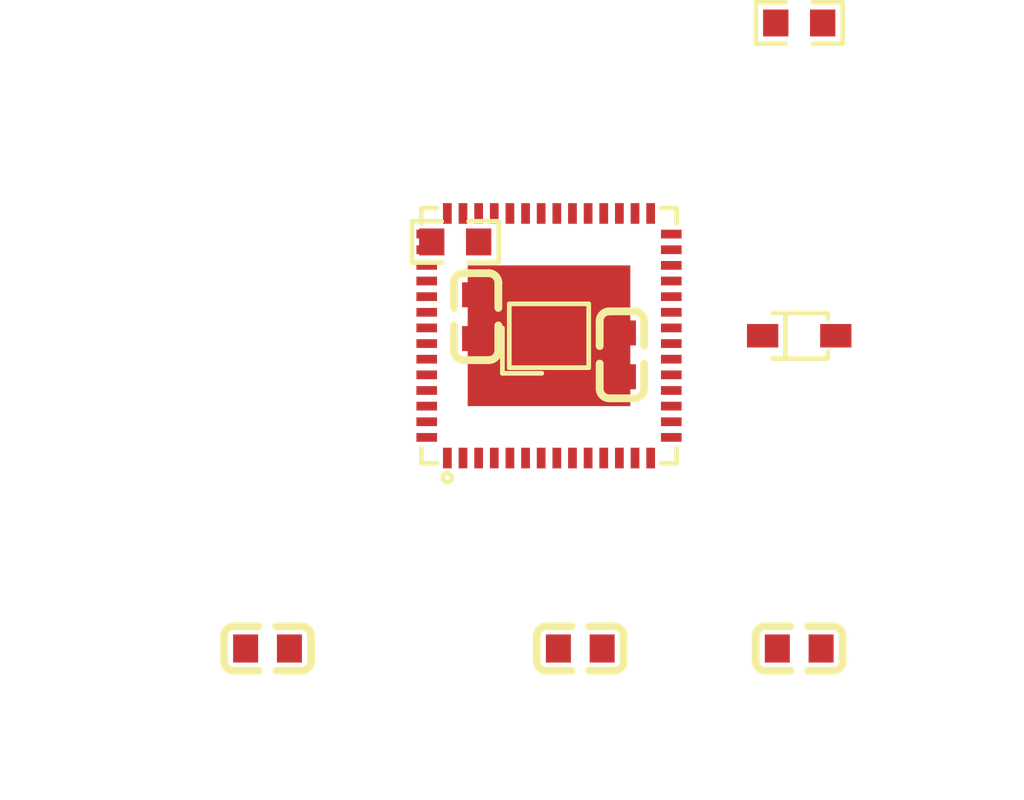
<source format=kicad_pcb>
(kicad_pcb (version 20241229) (generator "pcbnew") (generator_version "9.0")
  (layers (0 "F.Cu" signal) (2 "B.Cu" signal) (13 "F.Paste" user) (15 "B.Paste" user) (5 "F.SilkS" user "F.Silkscreen") (7 "B.SilkS" user "B.Silkscreen") (1 "F.Mask" user) (3 "B.Mask" user) (25 "Edge.Cuts" user))
  (net 0 "")
  (net 1 "line-29")
  (net 2 "line-16")
  (net 3 "line-30")
  (net 4 "xtalin")
  (net 5 "line-17")
  (net 6 "line-25")
  (net 7 "line-9")
  (net 8 "line-15")
  (net 9 "line-19")
  (net 10 "gnd")
  (net 11 "line-2")
  (net 12 "line-33")
  (net 13 "line-11")
  (net 14 "line-1")
  (net 15 "line-32")
  (net 16 "line-6")
  (net 17 "anode")
  (net 18 "line-13")
  (net 19 "line-31")
  (net 20 "xtalout")
  (net 21 "line-28")
  (net 22 "line-18")
  (net 23 "hv-1")
  (net 24 "line-21")
  (net 25 "line-35")
  (net 26 "line-34")
  (net 27 "line-14")
  (net 28 "line-10")
  (net 29 "line")
  (net 30 "line-26")
  (net 31 "line-24")
  (net 32 "line-23")
  (net 33 "gnd-1")
  (net 34 "line-12")
  (net 35 "line-5")
  (net 36 "hv")
  (net 37 "net")
  (net 38 "line-4")
  (net 39 "line-3")
  (net 40 "line-27")
  (net 41 "line-8")
  (net 42 "line-22")
  (net 43 "line-7")
  (net 44 "line-20")
  (footprint "atopile:C0603-bd72f6" (layer "F.Cu") (at 2.33 0.61 270)
    (property "Reference" "C4" (hide yes))
    (property "Value" "100nF ±10% 50V X7R")
    (fp_line (start -0.28 0.71) (end -1.08 0.71) (stroke (width 0.25)) (layer "F.SilkS"))
    (fp_line (start 0.28 0.71) (end 1.08 0.71) (stroke (width 0.25)) (layer "F.SilkS"))
    (fp_line (start -1.39 0.4) (end -1.39 -0.4) (stroke (width 0.25)) (layer "F.SilkS"))
    (fp_line (start 1.39 -0.4) (end 1.39 0.4) (stroke (width 0.25)) (layer "F.SilkS"))
    (fp_line (start -0.28 -0.71) (end -1.08 -0.71) (stroke (width 0.25)) (layer "F.SilkS"))
    (fp_line (start 0.28 -0.71) (end 1.08 -0.71) (stroke (width 0.25)) (layer "F.SilkS"))
    (fp_arc (start -1.08 0.71) (mid -1.299203 0.619203) (end -1.39 0.4) (stroke (width 0.25)) (layer "F.SilkS"))
    (fp_arc (start 1.39 0.4) (mid 1.299203 0.619203) (end 1.08 0.71) (stroke (width 0.25)) (layer "F.SilkS"))
    (fp_arc (start -1.39 -0.4) (mid -1.299203 -0.619203) (end -1.08 -0.71) (stroke (width 0.25)) (layer "F.SilkS"))
    (fp_arc (start 1.08 -0.71) (mid 1.299203 -0.619203) (end 1.39 -0.4) (stroke (width 0.25)) (layer "F.SilkS"))
    (pad "1" smd rect (at -0.7 0 270) (size 0.8 0.9) (layers "F.Cu" "F.Mask" "F.Paste") (net 4 "xtalin"))
    (pad "2" smd rect (at 0.7 0 270) (size 0.8 0.9) (layers "F.Cu" "F.Mask" "F.Paste") (net 10 "gnd"))
  )
  (footprint "atopile:R0603-ebcab9" (layer "F.Cu") (at 8 -10 0)
    (property "Reference" "R2" (hide yes))
    (property "Value" "10kΩ ±1% 100mW")
    (fp_line (start -1.39 -0.66) (end -0.43 -0.66) (stroke (width 0.15)) (layer "F.SilkS"))
    (fp_line (start -1.39 0.66) (end -1.39 -0.66) (stroke (width 0.15)) (layer "F.SilkS"))
    (fp_line (start -0.43 0.66) (end -1.39 0.66) (stroke (width 0.15)) (layer "F.SilkS"))
    (fp_line (start 0.43 0.66) (end 1.39 0.66) (stroke (width 0.15)) (layer "F.SilkS"))
    (fp_line (start 1.39 -0.66) (end 0.43 -0.66) (stroke (width 0.15)) (layer "F.SilkS"))
    (fp_line (start 1.39 0.66) (end 1.39 -0.66) (stroke (width 0.15)) (layer "F.SilkS"))
    (pad "1" smd rect (at -0.75 0 0) (size 0.81 0.86) (layers "F.Cu" "F.Mask" "F.Paste") (net 17 "anode"))
    (pad "2" smd rect (at 0.75 0 0) (size 0.81 0.86) (layers "F.Cu" "F.Mask" "F.Paste") (net 36 "hv"))
  )
  (footprint "atopile:C0603-bd72f6" (layer "F.Cu") (at 1 10 0)
    (property "Reference" "C1" (hide yes))
    (property "Value" "100nF ±10% 50V X7R")
    (fp_line (start -1.39 0.4) (end -1.39 -0.4) (stroke (width 0.25)) (layer "F.SilkS"))
    (fp_line (start -0.28 -0.71) (end -1.08 -0.71) (stroke (width 0.25)) (layer "F.SilkS"))
    (fp_line (start -0.28 0.71) (end -1.08 0.71) (stroke (width 0.25)) (layer "F.SilkS"))
    (fp_line (start 0.28 -0.71) (end 1.08 -0.71) (stroke (width 0.25)) (layer "F.SilkS"))
    (fp_line (start 0.28 0.71) (end 1.08 0.71) (stroke (width 0.25)) (layer "F.SilkS"))
    (fp_line (start 1.39 -0.4) (end 1.39 0.4) (stroke (width 0.25)) (layer "F.SilkS"))
    (fp_arc (start -1.39 -0.4) (mid -1.299203 -0.619203) (end -1.08 -0.71) (stroke (width 0.25)) (layer "F.SilkS"))
    (fp_arc (start -1.08 0.71) (mid -1.299203 0.619203) (end -1.39 0.4) (stroke (width 0.25)) (layer "F.SilkS"))
    (fp_arc (start 1.08 -0.71) (mid 1.299203 -0.619203) (end 1.39 -0.4) (stroke (width 0.25)) (layer "F.SilkS"))
    (fp_arc (start 1.39 0.4) (mid 1.299203 0.619203) (end 1.08 0.71) (stroke (width 0.25)) (layer "F.SilkS"))
    (pad "1" smd rect (at -0.7 0 0) (size 0.8 0.9) (layers "F.Cu" "F.Mask" "F.Paste") (net 23 "hv-1"))
    (pad "2" smd rect (at 0.7 0 0) (size 0.8 0.9) (layers "F.Cu" "F.Mask" "F.Paste") (net 33 "gnd-1"))
  )
  (footprint "atopile:R0603-ebcab9" (layer "F.Cu") (at -3 -3 0)
    (property "Reference" "R1" (hide yes))
    (property "Value" "10kΩ ±1% 100mW")
    (fp_line (start -1.39 -0.66) (end -0.43 -0.66) (stroke (width 0.15)) (layer "F.SilkS"))
    (fp_line (start -1.39 0.66) (end -1.39 -0.66) (stroke (width 0.15)) (layer "F.SilkS"))
    (fp_line (start -0.43 0.66) (end -1.39 0.66) (stroke (width 0.15)) (layer "F.SilkS"))
    (fp_line (start 0.43 0.66) (end 1.39 0.66) (stroke (width 0.15)) (layer "F.SilkS"))
    (fp_line (start 1.39 -0.66) (end 0.43 -0.66) (stroke (width 0.15)) (layer "F.SilkS"))
    (fp_line (start 1.39 0.66) (end 1.39 -0.66) (stroke (width 0.15)) (layer "F.SilkS"))
    (pad "1" smd rect (at -0.75 0 0) (size 0.81 0.86) (layers "F.Cu" "F.Mask" "F.Paste") (net 37 "net"))
    (pad "2" smd rect (at 0.75 0 0) (size 0.81 0.86) (layers "F.Cu" "F.Mask" "F.Paste") (net 20 "xtalout"))
  )
  (footprint "atopile:C0603-bd72f6" (layer "F.Cu") (at -9 10 0)
    (property "Reference" "C2" (hide yes))
    (property "Value" "100nF ±10% 50V X7R")
    (fp_line (start -1.39 0.4) (end -1.39 -0.4) (stroke (width 0.25)) (layer "F.SilkS"))
    (fp_line (start -0.28 -0.71) (end -1.08 -0.71) (stroke (width 0.25)) (layer "F.SilkS"))
    (fp_line (start -0.28 0.71) (end -1.08 0.71) (stroke (width 0.25)) (layer "F.SilkS"))
    (fp_line (start 0.28 -0.71) (end 1.08 -0.71) (stroke (width 0.25)) (layer "F.SilkS"))
    (fp_line (start 0.28 0.71) (end 1.08 0.71) (stroke (width 0.25)) (layer "F.SilkS"))
    (fp_line (start 1.39 -0.4) (end 1.39 0.4) (stroke (width 0.25)) (layer "F.SilkS"))
    (fp_arc (start -1.39 -0.4) (mid -1.299203 -0.619203) (end -1.08 -0.71) (stroke (width 0.25)) (layer "F.SilkS"))
    (fp_arc (start -1.08 0.71) (mid -1.299203 0.619203) (end -1.39 0.4) (stroke (width 0.25)) (layer "F.SilkS"))
    (fp_arc (start 1.08 -0.71) (mid 1.299203 -0.619203) (end 1.39 -0.4) (stroke (width 0.25)) (layer "F.SilkS"))
    (fp_arc (start 1.39 0.4) (mid 1.299203 0.619203) (end 1.08 0.71) (stroke (width 0.25)) (layer "F.SilkS"))
    (pad "1" smd rect (at -0.7 0 0) (size 0.8 0.9) (layers "F.Cu" "F.Mask" "F.Paste") (net 36 "hv"))
    (pad "2" smd rect (at 0.7 0 0) (size 0.8 0.9) (layers "F.Cu" "F.Mask" "F.Paste") (net 10 "gnd"))
  )
  (footprint "atopile:QFN-56_L8.0-W8.0-P0.50-BL-EP-2e306a" (layer "F.Cu") (at 0 0 0)
    (property "Reference" "U1" (hide yes))
    (property "Value" "")
    (fp_line (start -4.08 -4.08) (end -3.58 -4.08) (stroke (width 0.15)) (layer "F.SilkS"))
    (fp_line (start -4.08 -3.58) (end -4.08 -4.08) (stroke (width 0.15)) (layer "F.SilkS"))
    (fp_line (start -4.08 3.58) (end -4.08 4.08) (stroke (width 0.15)) (layer "F.SilkS"))
    (fp_line (start -4.08 4.08) (end -3.58 4.08) (stroke (width 0.15)) (layer "F.SilkS"))
    (fp_line (start 4.08 -4.08) (end 3.58 -4.08) (stroke (width 0.15)) (layer "F.SilkS"))
    (fp_line (start 4.08 -3.58) (end 4.08 -4.08) (stroke (width 0.15)) (layer "F.SilkS"))
    (fp_line (start 4.08 3.58) (end 4.08 4.08) (stroke (width 0.15)) (layer "F.SilkS"))
    (fp_line (start 4.08 4.08) (end 3.58 4.08) (stroke (width 0.15)) (layer "F.SilkS"))
    (fp_circle (center -3.25 4.54) (end -3.18 4.54) (stroke (width 0.15)) (fill no) (layer "F.SilkS"))
    (pad "1" smd rect (at -3.25 3.91 0) (size 0.28 0.66) (layers "F.Cu" "F.Mask" "F.Paste") (net 25 "line-35"))
    (pad "2" smd rect (at -2.75 3.91 0) (size 0.28 0.66) (layers "F.Cu" "F.Mask" "F.Paste") (net 42 "line-22"))
    (pad "3" smd rect (at -2.25 3.91 0) (size 0.28 0.66) (layers "F.Cu" "F.Mask" "F.Paste") (net 23 "hv-1"))
    (pad "4" smd rect (at -1.75 3.91 0) (size 0.28 0.66) (layers "F.Cu" "F.Mask" "F.Paste") (net 20 "xtalout"))
    (pad "5" smd rect (at -1.25 3.91 0) (size 0.28 0.66) (layers "F.Cu" "F.Mask" "F.Paste") (net 4 "xtalin"))
    (pad "6" smd rect (at -0.75 3.91 0) (size 0.28 0.66) (layers "F.Cu" "F.Mask" "F.Paste") (net 33 "gnd-1"))
    (pad "7" smd rect (at -0.25 3.91 0) (size 0.28 0.66) (layers "F.Cu" "F.Mask" "F.Paste") (net 23 "hv-1"))
    (pad "8" smd rect (at 0.25 3.91 0) (size 0.28 0.66) (layers "F.Cu" "F.Mask" "F.Paste") (net 34 "line-12"))
    (pad "9" smd rect (at 0.75 3.91 0) (size 0.28 0.66) (layers "F.Cu" "F.Mask" "F.Paste") (net 12 "line-33"))
    (pad "10" smd rect (at 1.25 3.91 0) (size 0.28 0.66) (layers "F.Cu" "F.Mask" "F.Paste") (net 33 "gnd-1"))
    (pad "11" smd rect (at 1.75 3.91 0) (size 0.28 0.66) (layers "F.Cu" "F.Mask" "F.Paste") (net 36 "hv"))
    (pad "12" smd rect (at 2.25 3.91 0) (size 0.28 0.66) (layers "F.Cu" "F.Mask" "F.Paste") (net 10 "gnd"))
    (pad "13" smd rect (at 2.75 3.91 0) (size 0.28 0.66) (layers "F.Cu" "F.Mask" "F.Paste") (net 27 "line-14"))
    (pad "14" smd rect (at 3.25 3.91 0) (size 0.28 0.66) (layers "F.Cu" "F.Mask" "F.Paste") (net 10 "gnd"))
    (pad "15" smd rect (at 3.91 3.25 0) (size 0.66 0.28) (layers "F.Cu" "F.Mask" "F.Paste") (net 16 "line-6"))
    (pad "16" smd rect (at 3.91 2.75 0) (size 0.66 0.28) (layers "F.Cu" "F.Mask" "F.Paste") (net 30 "line-26"))
    (pad "17" smd rect (at 3.91 2.25 0) (size 0.66 0.28) (layers "F.Cu" "F.Mask" "F.Paste") (net 36 "hv"))
    (pad "18" smd rect (at 3.91 1.75 0) (size 0.66 0.28) (layers "F.Cu" "F.Mask" "F.Paste") (net 35 "line-5"))
    (pad "19" smd rect (at 3.91 1.25 0) (size 0.66 0.28) (layers "F.Cu" "F.Mask" "F.Paste") (net 24 "line-21"))
    (pad "20" smd rect (at 3.91 0.75 0) (size 0.66 0.28) (layers "F.Cu" "F.Mask" "F.Paste") (net 29 "line"))
    (pad "21" smd rect (at 3.91 0.25 0) (size 0.66 0.28) (layers "F.Cu" "F.Mask" "F.Paste") (net 38 "line-4"))
    (pad "22" smd rect (at 3.91 -0.25 0) (size 0.66 0.28) (layers "F.Cu" "F.Mask" "F.Paste") (net 28 "line-10"))
    (pad "23" smd rect (at 3.91 -0.75 0) (size 0.66 0.28) (layers "F.Cu" "F.Mask" "F.Paste") (net 13 "line-11"))
    (pad "24" smd rect (at 3.91 -1.25 0) (size 0.66 0.28) (layers "F.Cu" "F.Mask" "F.Paste") (net 41 "line-8"))
    (pad "25" smd rect (at 3.91 -1.75 0) (size 0.66 0.28) (layers "F.Cu" "F.Mask" "F.Paste") (net 18 "line-13"))
    (pad "26" smd rect (at 3.91 -2.25 0) (size 0.66 0.28) (layers "F.Cu" "F.Mask" "F.Paste") (net 10 "gnd"))
    (pad "27" smd rect (at 3.91 -2.75 0) (size 0.66 0.28) (layers "F.Cu" "F.Mask" "F.Paste") (net 36 "hv"))
    (pad "28" smd rect (at 3.91 -3.25 0) (size 0.66 0.28) (layers "F.Cu" "F.Mask" "F.Paste") (net 10 "gnd"))
    (pad "29" smd rect (at 3.25 -3.91 0) (size 0.28 0.66) (layers "F.Cu" "F.Mask" "F.Paste") (net 2 "line-16"))
    (pad "30" smd rect (at 2.75 -3.91 0) (size 0.28 0.66) (layers "F.Cu" "F.Mask" "F.Paste") (net 39 "line-3"))
    (pad "31" smd rect (at 2.25 -3.91 0) (size 0.28 0.66) (layers "F.Cu" "F.Mask" "F.Paste") (net 43 "line-7"))
    (pad "32" smd rect (at 1.75 -3.91 0) (size 0.28 0.66) (layers "F.Cu" "F.Mask" "F.Paste") (net 36 "hv"))
    (pad "33" smd rect (at 1.25 -3.91 0) (size 0.28 0.66) (layers "F.Cu" "F.Mask" "F.Paste") (net 31 "line-24"))
    (pad "34" smd rect (at 0.75 -3.91 0) (size 0.28 0.66) (layers "F.Cu" "F.Mask" "F.Paste") (net 40 "line-27"))
    (pad "35" smd rect (at 0.25 -3.91 0) (size 0.28 0.66) (layers "F.Cu" "F.Mask" "F.Paste") (net 6 "line-25"))
    (pad "36" smd rect (at -0.25 -3.91 0) (size 0.28 0.66) (layers "F.Cu" "F.Mask" "F.Paste") (net 22 "line-18"))
    (pad "37" smd rect (at -0.75 -3.91 0) (size 0.28 0.66) (layers "F.Cu" "F.Mask" "F.Paste") (net 44 "line-20"))
    (pad "38" smd rect (at -1.25 -3.91 0) (size 0.28 0.66) (layers "F.Cu" "F.Mask" "F.Paste") (net 21 "line-28"))
    (pad "39" smd rect (at -1.75 -3.91 0) (size 0.28 0.66) (layers "F.Cu" "F.Mask" "F.Paste") (net 26 "line-34"))
    (pad "40" smd rect (at -2.25 -3.91 0) (size 0.28 0.66) (layers "F.Cu" "F.Mask" "F.Paste") (net 15 "line-32"))
    (pad "41" smd rect (at -2.75 -3.91 0) (size 0.28 0.66) (layers "F.Cu" "F.Mask" "F.Paste") (net 10 "gnd"))
    (pad "42" smd rect (at -3.25 -3.91 0) (size 0.28 0.66) (layers "F.Cu" "F.Mask" "F.Paste") (net 17 "anode"))
    (pad "43" smd rect (at -3.91 -3.25 0) (size 0.66 0.28) (layers "F.Cu" "F.Mask" "F.Paste") (net 36 "hv"))
    (pad "44" smd rect (at -3.91 -2.75 0) (size 0.66 0.28) (layers "F.Cu" "F.Mask" "F.Paste") (net 19 "line-31"))
    (pad "45" smd rect (at -3.91 -2.25 0) (size 0.66 0.28) (layers "F.Cu" "F.Mask" "F.Paste") (net 3 "line-30"))
    (pad "46" smd rect (at -3.91 -1.75 0) (size 0.66 0.28) (layers "F.Cu" "F.Mask" "F.Paste") (net 32 "line-23"))
    (pad "47" smd rect (at -3.91 -1.25 0) (size 0.66 0.28) (layers "F.Cu" "F.Mask" "F.Paste") (net 5 "line-17"))
    (pad "48" smd rect (at -3.91 -0.75 0) (size 0.66 0.28) (layers "F.Cu" "F.Mask" "F.Paste") (net 8 "line-15"))
    (pad "49" smd rect (at -3.91 -0.25 0) (size 0.66 0.28) (layers "F.Cu" "F.Mask" "F.Paste") (net 9 "line-19"))
    (pad "50" smd rect (at -3.91 0.25 0) (size 0.66 0.28) (layers "F.Cu" "F.Mask" "F.Paste") (net 11 "line-2"))
    (pad "51" smd rect (at -3.91 0.75 0) (size 0.66 0.28) (layers "F.Cu" "F.Mask" "F.Paste") (net 7 "line-9"))
    (pad "52" smd rect (at -3.91 1.25 0) (size 0.66 0.28) (layers "F.Cu" "F.Mask" "F.Paste") (net 14 "line-1"))
    (pad "53" smd rect (at -3.91 1.75 0) (size 0.66 0.28) (layers "F.Cu" "F.Mask" "F.Paste") (net 10 "gnd"))
    (pad "54" smd rect (at -3.91 2.25 0) (size 0.66 0.28) (layers "F.Cu" "F.Mask" "F.Paste") (net 1 "line-29"))
    (pad "55" smd rect (at -3.91 2.75 0) (size 0.66 0.28) (layers "F.Cu" "F.Mask" "F.Paste") (net 36 "hv"))
    (pad "56" smd rect (at -3.91 3.25 0) (size 0.66 0.28) (layers "F.Cu" "F.Mask" "F.Paste") (net 10 "gnd"))
    (pad "57" smd rect (at 0 0 0) (size 5.2 4.5) (layers "F.Cu" "F.Mask" "F.Paste") (net 10 "gnd"))
  )
  (footprint "atopile:C0603-bd72f6" (layer "F.Cu") (at -2.33 -0.61 90)
    (property "Reference" "C3" (hide yes))
    (property "Value" "100nF ±10% 50V X7R")
    (fp_line (start 0.28 -0.71) (end 1.08 -0.71) (stroke (width 0.25)) (layer "F.SilkS"))
    (fp_line (start -0.28 -0.71) (end -1.08 -0.71) (stroke (width 0.25)) (layer "F.SilkS"))
    (fp_line (start 1.39 -0.4) (end 1.39 0.4) (stroke (width 0.25)) (layer "F.SilkS"))
    (fp_line (start -1.39 0.4) (end -1.39 -0.4) (stroke (width 0.25)) (layer "F.SilkS"))
    (fp_line (start 0.28 0.71) (end 1.08 0.71) (stroke (width 0.25)) (layer "F.SilkS"))
    (fp_line (start -0.28 0.71) (end -1.08 0.71) (stroke (width 0.25)) (layer "F.SilkS"))
    (fp_arc (start 1.08 -0.71) (mid 1.299203 -0.619203) (end 1.39 -0.4) (stroke (width 0.25)) (layer "F.SilkS"))
    (fp_arc (start -1.39 -0.4) (mid -1.299203 -0.619203) (end -1.08 -0.71) (stroke (width 0.25)) (layer "F.SilkS"))
    (fp_arc (start 1.39 0.4) (mid 1.299203 0.619203) (end 1.08 0.71) (stroke (width 0.25)) (layer "F.SilkS"))
    (fp_arc (start -1.08 0.71) (mid -1.299203 0.619203) (end -1.39 0.4) (stroke (width 0.25)) (layer "F.SilkS"))
    (pad "1" smd rect (at -0.7 0 90) (size 0.8 0.9) (layers "F.Cu" "F.Mask" "F.Paste") (net 37 "net"))
    (pad "2" smd rect (at 0.7 0 90) (size 0.8 0.9) (layers "F.Cu" "F.Mask" "F.Paste") (net 10 "gnd"))
  )
  (footprint "atopile:C0603-bd72f6" (layer "F.Cu") (at 8 10 0)
    (property "Reference" "C5" (hide yes))
    (property "Value" "1µF ±5% 16V X7R")
    (fp_line (start -1.39 0.4) (end -1.39 -0.4) (stroke (width 0.25)) (layer "F.SilkS"))
    (fp_line (start -0.28 -0.71) (end -1.08 -0.71) (stroke (width 0.25)) (layer "F.SilkS"))
    (fp_line (start -0.28 0.71) (end -1.08 0.71) (stroke (width 0.25)) (layer "F.SilkS"))
    (fp_line (start 0.28 -0.71) (end 1.08 -0.71) (stroke (width 0.25)) (layer "F.SilkS"))
    (fp_line (start 0.28 0.71) (end 1.08 0.71) (stroke (width 0.25)) (layer "F.SilkS"))
    (fp_line (start 1.39 -0.4) (end 1.39 0.4) (stroke (width 0.25)) (layer "F.SilkS"))
    (fp_arc (start -1.39 -0.4) (mid -1.299203 -0.619203) (end -1.08 -0.71) (stroke (width 0.25)) (layer "F.SilkS"))
    (fp_arc (start -1.08 0.71) (mid -1.299203 0.619203) (end -1.39 0.4) (stroke (width 0.25)) (layer "F.SilkS"))
    (fp_arc (start 1.08 -0.71) (mid 1.299203 -0.619203) (end 1.39 -0.4) (stroke (width 0.25)) (layer "F.SilkS"))
    (fp_arc (start 1.39 0.4) (mid 1.299203 0.619203) (end 1.08 0.71) (stroke (width 0.25)) (layer "F.SilkS"))
    (pad "1" smd rect (at -0.7 0 0) (size 0.8 0.9) (layers "F.Cu" "F.Mask" "F.Paste") (net 17 "anode"))
    (pad "2" smd rect (at 0.7 0 0) (size 0.8 0.9) (layers "F.Cu" "F.Mask" "F.Paste") (net 10 "gnd"))
  )
  (footprint "atopile:CRYSTAL-SMD_4P-L2.0-W1.6-BL-A-5567c7" (layer "F.Cu") (at 0 0 0)
    (property "Reference" "XTAL1" (hide yes))
    (property "Value" "")
    (fp_line (start -1.49 -0.25) (end -1.49 1.2) (stroke (width 0.15)) (layer "F.SilkS"))
    (fp_line (start -1.49 1.2) (end -0.23 1.2) (stroke (width 0.15)) (layer "F.SilkS"))
    (fp_line (start -1.27 -1.02) (end 1.27 -1.02) (stroke (width 0.15)) (layer "F.SilkS"))
    (fp_line (start -1.27 1.02) (end -1.27 -1.02) (stroke (width 0.15)) (layer "F.SilkS"))
    (fp_line (start -1.27 1.02) (end -1.27 1.02) (stroke (width 0.15)) (layer "F.SilkS"))
    (fp_line (start -1.27 1.02) (end -1.27 1.02) (stroke (width 0.15)) (layer "F.SilkS"))
    (fp_line (start 1.27 -1.02) (end 1.27 1.02) (stroke (width 0.15)) (layer "F.SilkS"))
    (fp_line (start 1.27 1.02) (end -1.27 1.02) (stroke (width 0.15)) (layer "F.SilkS"))
    (pad "1" smd rect (at -0.64 0.49 0) (size 0.88 0.78) (layers "F.Cu" "F.Mask" "F.Paste") (net 37 "net"))
    (pad "2" smd rect (at 0.64 0.49 0) (size 0.88 0.78) (layers "F.Cu" "F.Mask" "F.Paste") (net 10 "gnd"))
    (pad "3" smd rect (at 0.64 -0.49 0) (size 0.88 0.78) (layers "F.Cu" "F.Mask" "F.Paste") (net 4 "xtalin"))
    (pad "4" smd rect (at -0.64 -0.49 0) (size 0.88 0.78) (layers "F.Cu" "F.Mask" "F.Paste") (net 10 "gnd"))
  )
  (footprint "atopile:SOD-323_L1.8-W1.3-LS2.5-RD-b55baa" (layer "F.Cu") (at 8 0 0)
    (property "Reference" "D1" (hide yes))
    (property "Value" "")
    (fp_line (start -0.85 -0.73) (end 0.91 -0.73) (stroke (width 0.15)) (layer "F.SilkS"))
    (fp_line (start -0.85 0.73) (end 0.91 0.73) (stroke (width 0.15)) (layer "F.SilkS"))
    (fp_line (start -0.44 -0.73) (end -0.44 0.73) (stroke (width 0.15)) (layer "F.SilkS"))
    (fp_line (start 0.91 -0.73) (end 0.91 -0.53) (stroke (width 0.15)) (layer "F.SilkS"))
    (fp_line (start 0.91 0.73) (end 0.91 0.52) (stroke (width 0.15)) (layer "F.SilkS"))
    (pad "1" smd rect (at -1.17 0 0) (size 1 0.75) (layers "F.Cu" "F.Mask" "F.Paste") (net 36 "hv"))
    (pad "2" smd rect (at 1.17 0 0) (size 1 0.75) (layers "F.Cu" "F.Mask" "F.Paste") (net 17 "anode"))
  )
  (segment (start 2.33 -0.09) (end 0.64 -0.49) (width 0.1) (net 4) (layer "F.Cu"))
  (segment (start -2.33 0.09) (end -0.64 0.49) (width 0.1) (net 37) (layer "F.Cu"))
  (segment (start -2.33 0.09) (end -0.64 0.49) (width 0.1) (net 37) (layer "F.Cu"))
  (segment (start 2.33 -0.09) (end 0.64 -0.49) (width 0.1) (net 4) (layer "F.Cu"))
  (segment (start -2.33 0.09) (end -0.64 0.49) (width 0.1) (net 37) (layer "F.Cu"))
  (segment (start 2.33 -0.09) (end 0.64 -0.49) (width 0.1) (net 4) (layer "F.Cu"))
  (segment (start -2.33 0.09) (end -0.64 0.49) (width 0.1) (net 37) (layer "F.Cu"))
  (segment (start 2.33 -0.09) (end 0.64 -0.49) (width 0.1) (net 4) (layer "F.Cu"))
)
</source>
